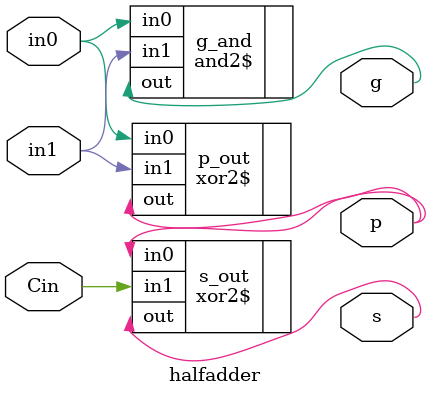
<source format=v>
`timescale 1ns/1ps
module halfadder(in0, in1, Cin, g, p, s);
input in0, in1, Cin;
output g, p, s; //generate, propogate, sum

//generate - ab
and2$ g_and(.out(g), .in0(in0), .in1(in1));

//progate - a xor b
xor2$ p_out(.out(p), .in0(in0), .in1(in1));

//sum - p xor cin
xor2$ s_out(.out(s), .in0(p), .in1(Cin));

endmodule
</source>
